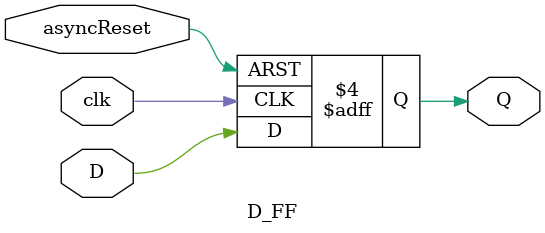
<source format=v>
`timescale 1ns / 1ps
module D_FF(D, clk, asyncReset, Q);

input D, clk , asyncReset;
output reg Q;
initial
begin
Q = 0;
end
always @(posedge clk or posedge asyncReset)
begin
 if(asyncReset == 1)
  Q = 0; 
 else 
  Q = D; 
end 

endmodule

</source>
